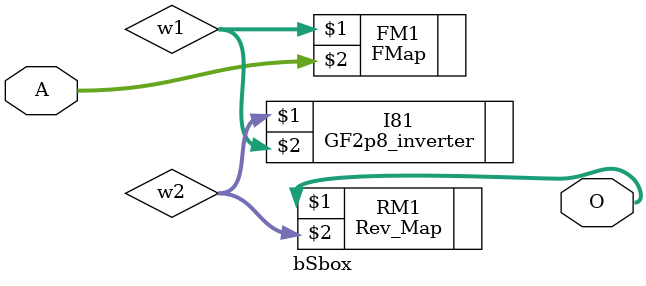
<source format=v>
`timescale 1ns / 1ps

//1
module bSbox(A,O);
input [7:0]A;
output [7:0]O;
wire [7:0]w1,w2;
//-------------------
FMap FM1(w1,A);//x^-1 
GF2p8_inverter I81(w2,w1);
Rev_Map RM1(O,w2);              // <-- affine mapping also takes in this module //have changes MX->X
//affine_map AFM(O,w3);          //<-- already done in previous step
endmodule

</source>
